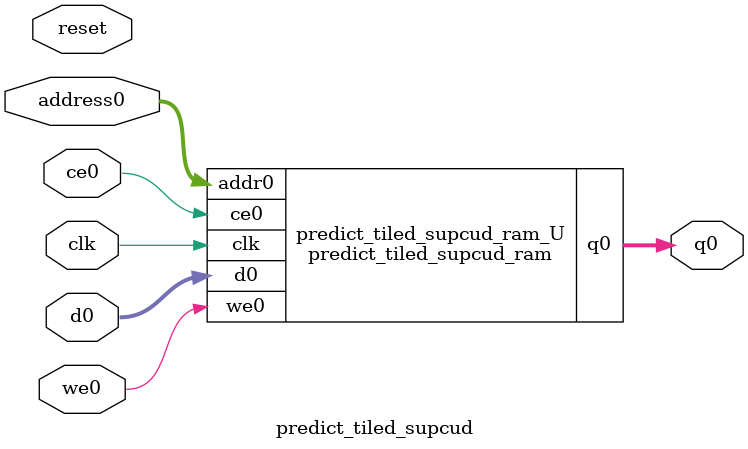
<source format=v>

`timescale 1 ns / 1 ps
module predict_tiled_supcud_ram (addr0, ce0, d0, we0, q0,  clk);

parameter DWIDTH = 32;
parameter AWIDTH = 13;
parameter MEM_SIZE = 7840;

input[AWIDTH-1:0] addr0;
input ce0;
input[DWIDTH-1:0] d0;
input we0;
output reg[DWIDTH-1:0] q0;
input clk;

(* ram_style = "block" *)reg [DWIDTH-1:0] ram[0:MEM_SIZE-1];




always @(posedge clk)  
begin 
    if (ce0) 
    begin
        if (we0) 
        begin 
            ram[addr0] <= d0; 
            q0 <= d0;
        end 
        else 
            q0 <= ram[addr0];
    end
end


endmodule


`timescale 1 ns / 1 ps
module predict_tiled_supcud(
    reset,
    clk,
    address0,
    ce0,
    we0,
    d0,
    q0);

parameter DataWidth = 32'd32;
parameter AddressRange = 32'd7840;
parameter AddressWidth = 32'd13;
input reset;
input clk;
input[AddressWidth - 1:0] address0;
input ce0;
input we0;
input[DataWidth - 1:0] d0;
output[DataWidth - 1:0] q0;



predict_tiled_supcud_ram predict_tiled_supcud_ram_U(
    .clk( clk ),
    .addr0( address0 ),
    .ce0( ce0 ),
    .we0( we0 ),
    .d0( d0 ),
    .q0( q0 ));

endmodule


</source>
